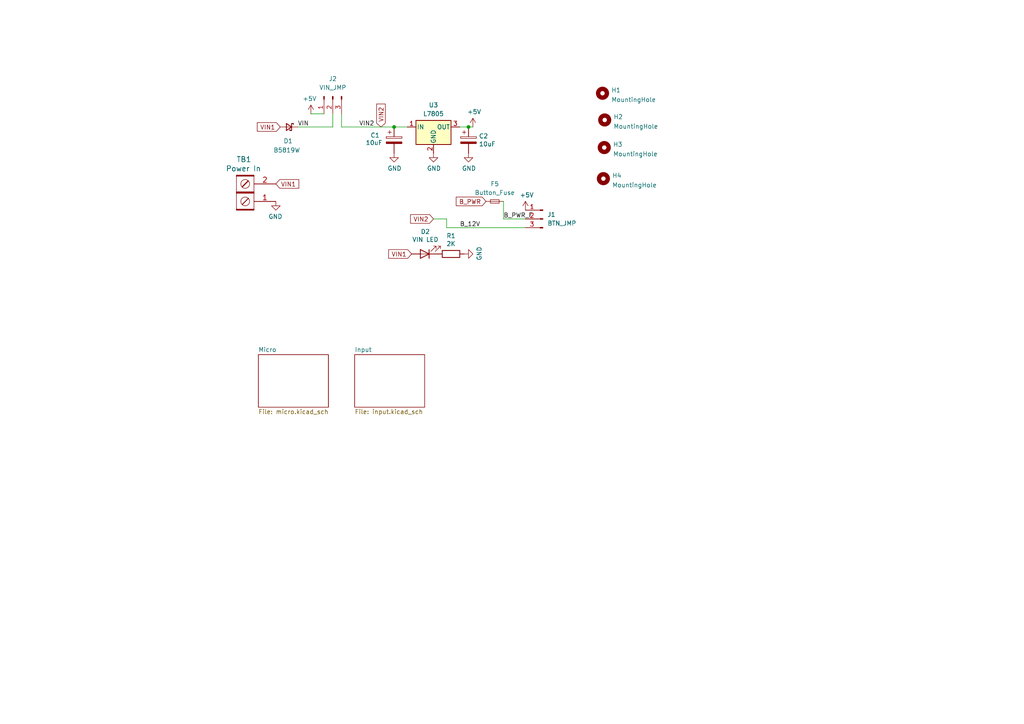
<source format=kicad_sch>
(kicad_sch (version 20250114) (generator "eeschema") (generator_version "9.0")
  (paper "A4")
  (title_block (title "Input Pico") (date "2025-04-08") (rev "v1") (company "Scott Hanson"))
  (lib_symbols
    (symbol "Barrier_Blocks:BARRIER_BLOCK_1ROW_2POS" (pin_names (offset 1.016) (hide yes))
      (property "Reference" "TB" (at 0.127 -6.731 0))
      (property "Value" "Barrier_Blocks_BARRIER_BLOCK_1ROW_2POS" (at 0.254 6.35 0))
      (symbol "BARRIER_BLOCK_1ROW_2POS_0_1"
        (rectangle (start -2.54 5.08) (end 2.54 -5.08))
        (polyline (pts (xy -2.54 4.699) (xy -2.54 5.08) (xy 2.54 5.08) (xy 2.54 4.699)) (fill (type outline)))
        (polyline (pts (xy -2.54 0.254) (xy -2.54 -0.254) (xy 2.54 -0.254) (xy 2.54 0.254)) (fill (type outline)))
        (polyline (pts (xy -2.54 -4.699) (xy -2.54 -5.08) (xy 2.54 -5.08) (xy 2.54 -4.699)) (fill (type outline)))
        (polyline (pts (xy -0.8382 1.5748) (xy -0.9652 1.6764) (xy -0.0508 2.5908) (xy 0.8382 3.4798) (xy 0.9652 3.3528) (xy 0.9652 3.3528)) (fill (type outline)))
        (polyline (pts (xy -0.8382 -3.5052) (xy -0.9652 -3.3782) (xy 0.8128 -1.6002) (xy 0.9652 -1.7018) (xy -0.8382 -3.5052)) (fill (type outline)))
        (circle (center 0 2.54) (radius 1.27))
        (circle (center 0 -2.54) (radius 1.27))
      )
      (symbol "BARRIER_BLOCK_1ROW_2POS_1_1"
        (pin passive line (at -8.89 2.54 0) (length 6.35) (name "P1") (number "1"))
        (pin passive line (at -8.89 -2.54 0) (length 6.35) (name "P2") (number "2"))
      )
    )
    (symbol "Connector:Conn_01x03_Pin" (pin_names (offset 1.016) (hide yes))
      (property "Reference" "J" (at 0 5.08 0))
      (property "Value" "Conn_01x03_Pin" (at 0 -5.08 0))
      (symbol "Conn_01x03_Pin_1_1"
        (rectangle (start 0.8636 2.667) (end 0 2.413) (stroke (width 0.1524)) (fill (type outline)))
        (rectangle (start 0.8636 0.127) (end 0 -0.127) (stroke (width 0.1524)) (fill (type outline)))
        (rectangle (start 0.8636 -2.413) (end 0 -2.667) (stroke (width 0.1524)) (fill (type outline)))
        (polyline (pts (xy 1.27 2.54) (xy 0.8636 2.54)) (stroke (width 0.1524)))
        (polyline (pts (xy 1.27 0) (xy 0.8636 0)) (stroke (width 0.1524)))
        (polyline (pts (xy 1.27 -2.54) (xy 0.8636 -2.54)) (stroke (width 0.1524)))
        (pin passive line (at 5.08 2.54 180) (length 3.81) (name "Pin_1") (number "1"))
        (pin passive line (at 5.08 0 180) (length 3.81) (name "Pin_2") (number "2"))
        (pin passive line (at 5.08 -2.54 180) (length 3.81) (name "Pin_3") (number "3"))
      )
    )
    (symbol "Device:CP" (pin_numbers (hide yes)) (pin_names (offset 0.254))
      (property "Reference" "C" (at 0.635 2.54 0))
      (property "Value" "Device_CP" (at 0.635 -2.54 0))
      (symbol "CP_0_1"
        (rectangle (start -2.286 0.508) (end 2.286 1.016))
        (polyline (pts (xy -1.778 2.286) (xy -0.762 2.286)))
        (polyline (pts (xy -1.27 2.794) (xy -1.27 1.778)))
        (rectangle (start 2.286 -0.508) (end -2.286 -1.016) (fill (type outline)))
      )
      (symbol "CP_1_1"
        (pin passive line (at 0 3.81 270) (length 2.794) (name "~") (number "1"))
        (pin passive line (at 0 -3.81 90) (length 2.794) (name "~") (number "2"))
      )
    )
    (symbol "Device:D_Schottky_Small" (pin_numbers (hide yes)) (pin_names (offset 0.254) (hide yes))
      (property "Reference" "D" (at -1.27 2.032 0))
      (property "Value" "D_Schottky_Small" (at -7.112 -2.032 0))
      (symbol "D_Schottky_Small_0_1"
        (polyline (pts (xy -1.27 0.762) (xy -1.27 1.016) (xy -0.762 1.016) (xy -0.762 -1.016) (xy -0.254 -1.016) (xy -0.254 -0.762)) (stroke (width 0.254)))
        (polyline (pts (xy -0.762 0) (xy 0.762 0)))
        (polyline (pts (xy 0.762 -1.016) (xy -0.762 0) (xy 0.762 1.016) (xy 0.762 -1.016)) (stroke (width 0.254)))
      )
      (symbol "D_Schottky_Small_1_1"
        (pin passive line (at -2.54 0 0) (length 1.778) (name "K") (number "1"))
        (pin passive line (at 2.54 0 180) (length 1.778) (name "A") (number "2"))
      )
    )
    (symbol "Device:Fuse_Small" (pin_numbers (hide yes)) (pin_names (offset 0.254) (hide yes))
      (property "Reference" "F" (at 0 -1.524 0))
      (property "Value" "Fuse_Small" (at 0 1.524 0))
      (symbol "Fuse_Small_0_1"
        (rectangle (start -1.27 0.508) (end 1.27 -0.508))
        (polyline (pts (xy -1.27 0) (xy 1.27 0)))
      )
      (symbol "Fuse_Small_1_1"
        (pin passive line (at -2.54 0 0) (length 1.27) (name "~") (number "1"))
        (pin passive line (at 2.54 0 180) (length 1.27) (name "~") (number "2"))
      )
    )
    (symbol "Device:LED" (pin_numbers (hide yes)) (pin_names (offset 1.016) (hide yes))
      (property "Reference" "D" (at 0 2.54 0))
      (property "Value" "LED" (at 0 -2.54 0))
      (symbol "LED_0_1"
        (polyline (pts (xy -3.048 -0.762) (xy -4.572 -2.286) (xy -3.81 -2.286) (xy -4.572 -2.286) (xy -4.572 -1.524)))
        (polyline (pts (xy -1.778 -0.762) (xy -3.302 -2.286) (xy -2.54 -2.286) (xy -3.302 -2.286) (xy -3.302 -1.524)))
        (polyline (pts (xy -1.27 0) (xy 1.27 0)))
        (polyline (pts (xy -1.27 -1.27) (xy -1.27 1.27)) (stroke (width 0.254)))
        (polyline (pts (xy 1.27 -1.27) (xy 1.27 1.27) (xy -1.27 0) (xy 1.27 -1.27)) (stroke (width 0.254)))
      )
      (symbol "LED_1_1"
        (pin passive line (at -3.81 0 0) (length 2.54) (name "K") (number "1"))
        (pin passive line (at 3.81 0 180) (length 2.54) (name "A") (number "2"))
      )
    )
    (symbol "Device:R" (pin_numbers (hide yes)) (pin_names (offset 0))
      (property "Reference" "R" (at 2.032 0 90))
      (property "Value" "R" (at 0 0 90))
      (symbol "R_0_1"
        (rectangle (start -1.016 -2.54) (end 1.016 2.54) (stroke (width 0.254)))
      )
      (symbol "R_1_1"
        (pin passive line (at 0 3.81 270) (length 1.27) (name "~") (number "1"))
        (pin passive line (at 0 -3.81 90) (length 1.27) (name "~") (number "2"))
      )
    )
    (symbol "Mechanical:MountingHole" (pin_names (offset 1.016))
      (property "Reference" "H" (at 0 5.08 0))
      (property "Value" "MountingHole" (at 0 3.175 0))
      (symbol "MountingHole_0_1"
        (circle (center 0 0) (radius 1.27) (stroke (width 1.27)))
      )
    )
    (symbol "Regulator_Linear:L7805" (pin_names (offset 0.254))
      (property "Reference" "U" (at -3.81 3.175 0))
      (property "Value" "L7805" (at 0 3.175 0))
      (symbol "L7805_0_1"
        (rectangle (start -5.08 1.905) (end 5.08 -5.08) (stroke (width 0.254)) (fill (type background)))
      )
      (symbol "L7805_1_1"
        (pin power_in line (at -7.62 0 0) (length 2.54) (name "IN") (number "1"))
        (pin power_in line (at 0 -7.62 90) (length 2.54) (name "GND") (number "2"))
        (pin power_out line (at 7.62 0 180) (length 2.54) (name "OUT") (number "3"))
      )
    )
    (symbol "power:+5V" (power) (pin_names (offset 0))
      (property "Value" "+5V" (at 0 3.556 0))
      (symbol "+5V_0_1"
        (polyline (pts (xy -0.762 1.27) (xy 0 2.54)))
        (polyline (pts (xy 0 2.54) (xy 0.762 1.27)))
        (polyline (pts (xy 0 0) (xy 0 2.54)))
      )
      (symbol "+5V_1_1"
        (pin power_in line (at 0 0 90) (length 0) (hide yes) (name "+5V") (number "1"))
      )
    )
    (symbol "power:GND" (power) (pin_names (offset 0))
      (property "Value" "GND" (at 0 -3.81 0))
      (symbol "GND_0_1"
        (polyline (pts (xy 0 0) (xy 0 -1.27) (xy 1.27 -1.27) (xy 0 -2.54) (xy -1.27 -1.27) (xy 0 -1.27)))
      )
      (symbol "GND_1_1"
        (pin power_in line (at 0 0 270) (length 0) (hide yes) (name "GND") (number "1"))
      )
    )
  )
  (junction (at 114.3 36.83))
  (junction (at 135.89 36.83))
  (wire (pts (xy 152.4 66.04) (xy 129.54 66.04)))
  (wire (pts (xy 96.52 33.02) (xy 96.52 36.83)))
  (wire (pts (xy 146.05 58.42) (xy 146.05 63.5)))
  (wire (pts (xy 135.89 36.83) (xy 137.16 36.83)))
  (wire (pts (xy 99.06 33.02) (xy 99.06 36.83)))
  (wire (pts (xy 129.54 66.04) (xy 129.54 63.5)))
  (wire (pts (xy 129.54 63.5) (xy 125.73 63.5)))
  (wire (pts (xy 86.36 36.83) (xy 96.52 36.83)))
  (wire (pts (xy 118.11 36.83) (xy 114.3 36.83)))
  (wire (pts (xy 93.98 33.02) (xy 90.17 33.02)))
  (wire (pts (xy 133.35 36.83) (xy 135.89 36.83)))
  (wire (pts (xy 146.05 63.5) (xy 152.4 63.5)))
  (wire (pts (xy 99.06 36.83) (xy 114.3 36.83)))
  (label "B_12V" (at 133.35 66.04 0))
  (label "B_PWR_F" (at 146.05 63.5 0))
  (label "VIN2" (at 104.14 36.83 0))
  (label "VIN" (at 86.36 36.83 0))
  (global_label "VIN2" (shape input) (at 110.49 36.83 90) (property "Intersheetrefs" "${INTERSHEET_REFS}" (effects (hide yes))))
  (global_label "VIN1" (shape input) (at 119.38 73.66 180) (property "Intersheetrefs" "${INTERSHEET_REFS}" (effects (hide yes))))
  (global_label "VIN1" (shape input) (at 80.01 53.34 0) (property "Intersheetrefs" "${INTERSHEET_REFS}" (effects (hide yes))))
  (global_label "B_PWR" (shape input) (at 140.97 58.42 180) (property "Intersheetrefs" "${INTERSHEET_REFS}" (effects (hide yes))))
  (global_label "VIN2" (shape input) (at 125.73 63.5 180) (property "Intersheetrefs" "${INTERSHEET_REFS}" (effects (hide yes))))
  (global_label "VIN1" (shape input) (at 81.28 36.83 180) (property "Intersheetrefs" "${INTERSHEET_REFS}" (effects (hide yes))))
  (symbol (lib_id "Device:LED") (at 123.19 73.66 180) (unit 1)
    (property "Reference" "D2" (at 123.3678 67.183 0))
    (property "Value" "VIN LED" (at 123.3678 69.4944 0))
    (property "Footprint" "LED_SMD:LED_0603_1608Metric" (effects (hide yes)))
    (property "Digi-Key_PN" "732-4984-1-ND" (effects (hide yes)))
    (property "MPN" "150080RS75000" (effects (hide yes)))
    (property "LCSC_PN" "C2286" (effects (hide yes)))
  )
  (symbol (lib_id "Device:R") (at 130.81 73.66 270) (unit 1)
    (property "Reference" "R1" (at 130.81 68.4022 90))
    (property "Value" "2K" (at 130.81 70.7136 90))
    (property "Footprint" "Resistor_SMD:R_0603_1608Metric" (effects (hide yes)))
    (property "Digi-Key_PN" "311-1.00KHRCT-ND" (effects (hide yes)))
    (property "MPN" "RC0603FR-071KL" (effects (hide yes)))
    (property "LCSC_PN" "C21190" (effects (hide yes)))
  )
  (symbol (lib_id "power:GND") (at 134.62 73.66 90) (unit 1)
    (property "Reference" "#PWR03" (effects (hide yes)))
    (property "Value" "GND" (at 139.0142 73.533 0))
  )
  (symbol (lib_id "Barrier_Blocks:BARRIER_BLOCK_1ROW_2POS") (at 71.12 55.88 180) (unit 1)
    (property "Reference" "TB1" (at 70.739 46.228 0) (effects (font (size 1.524 1.524))))
    (property "Value" "Power In" (at 70.612 48.895 0) (effects (font (size 1.524 1.524))))
    (property "Footprint" "TerminalBlock_Phoenix:TerminalBlock_Phoenix_MKDS-1,5-2-5.08_1x02_P5.08mm_Horizontal" (effects (hide yes)))
    (property "Digi-Key_PN" "A98472-ND" (effects (hide yes)))
    (property "MPN" "4DB-P108-02" (effects (hide yes)))
    (property "LCSC_PN" "C306200" (effects (hide yes)))
  )
  (symbol (lib_id "power:GND") (at 80.01 58.42 0) (mirror y) (unit 1)
    (property "Reference" "#PWR0107" (effects (hide yes)))
    (property "Value" "GND" (at 79.883 62.8142 0))
  )
  (symbol (lib_id "Device:CP") (at 114.3 40.64 0) (unit 1)
    (property "Reference" "C1" (at 107.442 39.243 0) (effects (justify left)))
    (property "Value" "10uF" (at 106.045 41.402 0) (effects (justify left)))
    (property "Footprint" "Capacitor_SMD:C_0805_2012Metric" (effects (hide yes)))
    (property "Digi-Key_PN" "490-5523-1-ND" (effects (hide yes)))
    (property "MPN" "GRM21BR61E106KA73L" (effects (hide yes)))
    (property "LCSC_PN" "C15850" (effects (hide yes)))
  )
  (symbol (lib_id "Device:CP") (at 135.89 40.64 0) (unit 1)
    (property "Reference" "C2" (at 138.8872 39.4716 0) (effects (justify left)))
    (property "Value" "10uF" (at 138.8872 41.783 0) (effects (justify left)))
    (property "Footprint" "Capacitor_SMD:C_0805_2012Metric" (effects (hide yes)))
    (property "Digi-Key_PN" "490-5523-1-ND" (effects (hide yes)))
    (property "MPN" "GRM21BR61E106KA73L" (effects (hide yes)))
    (property "LCSC_PN" "C15850" (effects (hide yes)))
  )
  (symbol (lib_id "power:GND") (at 125.73 44.45 0) (unit 1)
    (property "Reference" "#PWR020" (effects (hide yes)))
    (property "Value" "GND" (at 125.857 48.8442 0))
  )
  (symbol (lib_id "power:GND") (at 135.89 44.45 0) (unit 1)
    (property "Reference" "#PWR021" (effects (hide yes)))
    (property "Value" "GND" (at 136.017 48.8442 0))
  )
  (symbol (lib_id "power:GND") (at 114.3 44.45 0) (unit 1)
    (property "Reference" "#PWR019" (effects (hide yes)))
    (property "Value" "GND" (at 114.427 48.8442 0))
  )
  (symbol (lib_id "power:+5V") (at 137.16 36.83 0) (unit 1)
    (property "Reference" "#PWR022" (effects (hide yes)))
    (property "Value" "+5V" (at 137.541 32.4358 0))
  )
  (symbol (lib_id "Device:D_Schottky_Small") (at 83.82 36.83 0) (mirror y) (unit 1)
    (property "Reference" "D1" (at 83.566 40.894 0))
    (property "Value" "B5819W" (at 83.185 43.561 0))
    (property "Footprint" "Diode_SMD:D_SOD-123" (effects (hide yes)))
    (property "LCSC_PN" "C8598" (effects (hide yes)))
    (property "Digi-Key_PN" "B5819W-TPMSCT-ND" (effects (hide yes)))
    (property "MPN" "B5819W-TP" (effects (hide yes)))
  )
  (symbol (lib_id "Mechanical:MountingHole") (at 175.387 34.798 0) (unit 1)
    (property "Reference" "H2" (at 177.927 33.8895 0) (effects (justify left)))
    (property "Value" "MountingHole" (at 177.927 36.6646 0) (effects (justify left)))
    (property "Footprint" "MountingHole:MountingHole_3.7mm" (effects (hide yes)))
  )
  (symbol (lib_id "Device:Fuse_Small") (at 143.51 58.42 0) (unit 1)
    (property "Reference" "F5" (at 143.51 53.34 0))
    (property "Value" "Button_Fuse" (at 143.51 55.88 0))
    (property "Footprint" "Fuse:Fuse_0805_2012Metric" (effects (hide yes)))
    (property "LCSC" "C261938" (effects (hide yes)))
    (property "LCSC_PN" "C261938" (effects (hide yes)))
  )
  (symbol (lib_id "Connector:Conn_01x03_Pin") (at 96.52 27.94 90) (mirror x) (unit 1)
    (property "Reference" "J2" (at 96.52 22.86 90))
    (property "Value" "VIN_JMP" (at 96.52 25.4 90))
    (property "Footprint" "Connector_PinHeader_2.54mm:PinHeader_1x03_P2.54mm_Vertical" (effects (hide yes)))
    (property "Description" "Generic connector, single row, 01x03, script generated" (effects (hide yes)))
  )
  (symbol (lib_id "Mechanical:MountingHole") (at 174.752 27.051 0) (unit 1)
    (property "Reference" "H1" (at 177.292 26.1425 0) (effects (justify left)))
    (property "Value" "MountingHole" (at 177.292 28.9176 0) (effects (justify left)))
    (property "Footprint" "MountingHole:MountingHole_3.7mm" (effects (hide yes)))
  )
  (symbol (lib_id "Connector:Conn_01x03_Pin") (at 157.48 63.5 0) (mirror y) (unit 1)
    (property "Reference" "J1" (at 158.75 62.2299 0) (effects (justify right)))
    (property "Value" "BTN_JMP" (at 158.75 64.7699 0) (effects (justify right)))
    (property "Footprint" "Connector_PinHeader_2.54mm:PinHeader_1x03_P2.54mm_Vertical" (effects (hide yes)))
    (property "Description" "Generic connector, single row, 01x03, script generated" (effects (hide yes)))
  )
  (symbol (lib_id "Mechanical:MountingHole") (at 175.26 42.799 0) (unit 1)
    (property "Reference" "H3" (at 177.8 41.8905 0) (effects (justify left)))
    (property "Value" "MountingHole" (at 177.8 44.6656 0) (effects (justify left)))
    (property "Footprint" "MountingHole:MountingHole_3.7mm" (effects (hide yes)))
  )
  (symbol (lib_id "Regulator_Linear:L7805") (at 125.73 36.83 0) (unit 1)
    (property "Reference" "U3" (at 125.73 30.48 0))
    (property "Value" "L7805" (at 125.73 33.02 0))
    (property "Footprint" "Package_TO_SOT_SMD:TO-252-2" (effects (hide yes)))
    (property "Datasheet" "http://www.st.com/content/ccc/resource/technical/document/datasheet/41/4f/b3/b0/12/d4/47/88/CD00000444.pdf/files/CD00000444.pdf/jcr:content/translations/en.CD00000444.pdf" (effects (hide yes)))
    (property "Description" "Positive 1.5A 35V Linear Regulator, Fixed Output 5V, TO-220/TO-263/TO-252" (effects (hide yes)))
    (property "LCSC_PN" "C58069" (effects (hide yes)))
  )
  (symbol (lib_id "power:+5V") (at 90.17 33.02 0) (mirror y) (unit 1)
    (property "Reference" "#PWR04" (effects (hide yes)))
    (property "Value" "+5V" (at 89.789 28.6258 0))
  )
  (symbol (lib_id "Mechanical:MountingHole") (at 175.006 51.816 0) (unit 1)
    (property "Reference" "H4" (at 177.546 50.9075 0) (effects (justify left)))
    (property "Value" "MountingHole" (at 177.546 53.6826 0) (effects (justify left)))
    (property "Footprint" "MountingHole:MountingHole_3.7mm" (effects (hide yes)))
  )
  (symbol (lib_id "power:+5V") (at 152.4 60.96 0) (unit 1)
    (property "Reference" "#PWR02" (effects (hide yes)))
    (property "Value" "+5V" (at 152.781 56.5658 0))
  )
  (sheet (at 74.93 102.87) (size 20.32 15.24) (stroke (width 0.1524))
    (property "Sheetname" "Micro" (at 74.93 102.1584 0) (effects (justify left bottom)))
    (property "Sheetfile" "micro.kicad_sch" (at 74.93 118.6946 0) (effects (justify left top)))
  )
  (sheet (at 102.87 102.87) (size 20.32 15.24) (stroke (width 0.1524))
    (property "Sheetname" "Input" (at 102.87 102.1584 0) (effects (justify left bottom)))
    (property "Sheetfile" "input.kicad_sch" (at 102.87 118.6946 0) (effects (justify left top)))
  )
)
</source>
